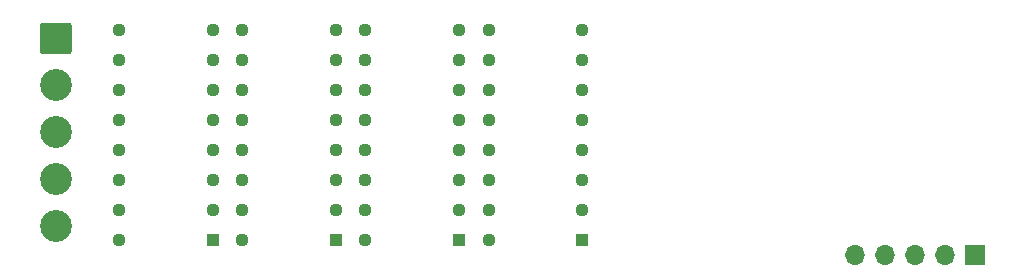
<source format=gbr>
%TF.GenerationSoftware,KiCad,Pcbnew,(5.1.9-0-10_14)*%
%TF.CreationDate,2021-01-02T21:25:14+01:00*%
%TF.ProjectId,diyscip-v2,64697973-6369-4702-9d76-322e6b696361,1.0*%
%TF.SameCoordinates,Original*%
%TF.FileFunction,Soldermask,Bot*%
%TF.FilePolarity,Negative*%
%FSLAX46Y46*%
G04 Gerber Fmt 4.6, Leading zero omitted, Abs format (unit mm)*
G04 Created by KiCad (PCBNEW (5.1.9-0-10_14)) date 2021-01-02 21:25:14*
%MOMM*%
%LPD*%
G01*
G04 APERTURE LIST*
%ADD10O,1.700000X1.700000*%
%ADD11R,1.700000X1.700000*%
%ADD12C,2.700000*%
%ADD13C,1.130000*%
%ADD14R,1.130000X1.130000*%
G04 APERTURE END LIST*
D10*
%TO.C,J3*%
X187198000Y-104902000D03*
X189738000Y-104902000D03*
X192278000Y-104902000D03*
X194818000Y-104902000D03*
D11*
X197358000Y-104902000D03*
%TD*%
D12*
%TO.C,J1*%
X119570500Y-102454000D03*
X119570500Y-98494000D03*
X119570500Y-94534000D03*
X119570500Y-90574000D03*
G36*
G01*
X118470501Y-85264000D02*
X120670499Y-85264000D01*
G75*
G02*
X120920500Y-85514001I0J-250001D01*
G01*
X120920500Y-87713999D01*
G75*
G02*
X120670499Y-87964000I-250001J0D01*
G01*
X118470501Y-87964000D01*
G75*
G02*
X118220500Y-87713999I0J250001D01*
G01*
X118220500Y-85514001D01*
G75*
G02*
X118470501Y-85264000I250001J0D01*
G01*
G37*
%TD*%
D13*
%TO.C,IC4*%
X124902000Y-103695500D03*
X124902000Y-101155500D03*
X124902000Y-98615500D03*
X124902000Y-96075500D03*
X124902000Y-93535500D03*
X124902000Y-90995500D03*
X124902000Y-88455500D03*
X124902000Y-85915500D03*
X132842000Y-85915500D03*
X132842000Y-88455500D03*
X132842000Y-90995500D03*
X132842000Y-93535500D03*
X132842000Y-96075500D03*
X132842000Y-98615500D03*
X132842000Y-101155500D03*
D14*
X132842000Y-103695500D03*
%TD*%
D13*
%TO.C,IC3*%
X145732500Y-103695500D03*
X145732500Y-101155500D03*
X145732500Y-98615500D03*
X145732500Y-96075500D03*
X145732500Y-93535500D03*
X145732500Y-90995500D03*
X145732500Y-88455500D03*
X145732500Y-85915500D03*
X153672500Y-85915500D03*
X153672500Y-88455500D03*
X153672500Y-90995500D03*
X153672500Y-93535500D03*
X153672500Y-96075500D03*
X153672500Y-98615500D03*
X153672500Y-101155500D03*
D14*
X153672500Y-103695500D03*
%TD*%
D13*
%TO.C,IC2*%
X135318500Y-103695500D03*
X135318500Y-101155500D03*
X135318500Y-98615500D03*
X135318500Y-96075500D03*
X135318500Y-93535500D03*
X135318500Y-90995500D03*
X135318500Y-88455500D03*
X135318500Y-85915500D03*
X143258500Y-85915500D03*
X143258500Y-88455500D03*
X143258500Y-90995500D03*
X143258500Y-93535500D03*
X143258500Y-96075500D03*
X143258500Y-98615500D03*
X143258500Y-101155500D03*
D14*
X143258500Y-103695500D03*
%TD*%
D13*
%TO.C,IC1*%
X156210000Y-103695500D03*
X156210000Y-101155500D03*
X156210000Y-98615500D03*
X156210000Y-96075500D03*
X156210000Y-93535500D03*
X156210000Y-90995500D03*
X156210000Y-88455500D03*
X156210000Y-85915500D03*
X164150000Y-85915500D03*
X164150000Y-88455500D03*
X164150000Y-90995500D03*
X164150000Y-93535500D03*
X164150000Y-96075500D03*
X164150000Y-98615500D03*
X164150000Y-101155500D03*
D14*
X164150000Y-103695500D03*
%TD*%
M02*

</source>
